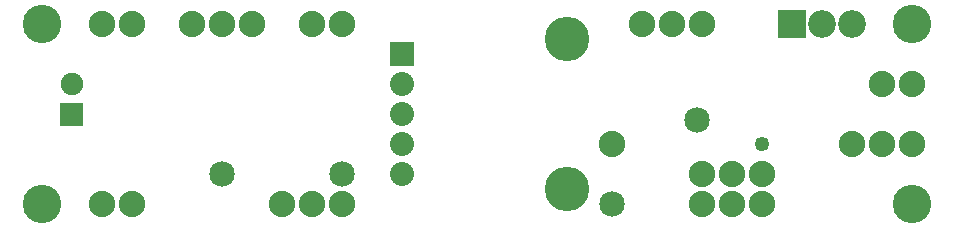
<source format=gbs>
G04 MADE WITH FRITZING*
G04 WWW.FRITZING.ORG*
G04 DOUBLE SIDED*
G04 HOLES PLATED*
G04 CONTOUR ON CENTER OF CONTOUR VECTOR*
%ASAXBY*%
%FSLAX23Y23*%
%MOIN*%
%OFA0B0*%
%SFA1.0B1.0*%
%ADD10C,0.049370*%
%ADD11C,0.128110*%
%ADD12C,0.075000*%
%ADD13C,0.092000*%
%ADD14C,0.148425*%
%ADD15C,0.080000*%
%ADD16C,0.085000*%
%ADD17C,0.088000*%
%ADD18R,0.092000X0.092000*%
%ADD19R,0.080000X0.080000*%
%ADD20R,0.001000X0.001000*%
%LNMASK0*%
G90*
G70*
G54D10*
X2499Y299D03*
G54D11*
X99Y699D03*
X99Y99D03*
X2999Y699D03*
X2999Y99D03*
G54D12*
X199Y499D03*
X199Y399D03*
G54D13*
X2599Y699D03*
X2699Y699D03*
X2799Y699D03*
G54D14*
X1849Y649D03*
G54D15*
X1299Y599D03*
X1299Y499D03*
X1299Y399D03*
X1299Y299D03*
X1299Y199D03*
G54D14*
X1849Y149D03*
G54D16*
X1099Y199D03*
X699Y199D03*
G54D17*
X399Y99D03*
X299Y99D03*
X2499Y199D03*
X2399Y199D03*
X2299Y199D03*
X2499Y199D03*
X2399Y199D03*
X2299Y199D03*
X2299Y99D03*
X2399Y99D03*
X2499Y99D03*
G54D16*
X1999Y99D03*
X2282Y381D03*
G54D17*
X999Y699D03*
X1099Y699D03*
X399Y699D03*
X299Y699D03*
X799Y699D03*
X699Y699D03*
X599Y699D03*
X2299Y699D03*
X2199Y699D03*
X2099Y699D03*
X1999Y299D03*
X1099Y99D03*
X999Y99D03*
X899Y99D03*
X2999Y499D03*
X2899Y499D03*
X2999Y299D03*
X2899Y299D03*
X2799Y299D03*
G54D18*
X2599Y699D03*
G54D19*
X1299Y599D03*
G54D20*
X161Y436D02*
X235Y436D01*
X161Y435D02*
X235Y435D01*
X161Y434D02*
X235Y434D01*
X161Y433D02*
X235Y433D01*
X161Y432D02*
X235Y432D01*
X161Y431D02*
X235Y431D01*
X161Y430D02*
X235Y430D01*
X161Y429D02*
X235Y429D01*
X161Y428D02*
X235Y428D01*
X161Y427D02*
X235Y427D01*
X161Y426D02*
X235Y426D01*
X161Y425D02*
X235Y425D01*
X161Y424D02*
X235Y424D01*
X161Y423D02*
X235Y423D01*
X161Y422D02*
X235Y422D01*
X161Y421D02*
X235Y421D01*
X161Y420D02*
X235Y420D01*
X161Y419D02*
X235Y419D01*
X161Y418D02*
X235Y418D01*
X161Y417D02*
X235Y417D01*
X161Y416D02*
X235Y416D01*
X161Y415D02*
X235Y415D01*
X161Y414D02*
X235Y414D01*
X161Y413D02*
X235Y413D01*
X161Y412D02*
X235Y412D01*
X161Y411D02*
X235Y411D01*
X161Y410D02*
X235Y410D01*
X161Y409D02*
X235Y409D01*
X161Y408D02*
X235Y408D01*
X161Y407D02*
X194Y407D01*
X202Y407D02*
X235Y407D01*
X161Y406D02*
X192Y406D01*
X204Y406D02*
X235Y406D01*
X161Y405D02*
X191Y405D01*
X205Y405D02*
X235Y405D01*
X161Y404D02*
X191Y404D01*
X206Y404D02*
X235Y404D01*
X161Y403D02*
X190Y403D01*
X207Y403D02*
X235Y403D01*
X161Y402D02*
X190Y402D01*
X207Y402D02*
X235Y402D01*
X161Y401D02*
X189Y401D01*
X207Y401D02*
X235Y401D01*
X161Y400D02*
X189Y400D01*
X208Y400D02*
X235Y400D01*
X161Y399D02*
X189Y399D01*
X208Y399D02*
X235Y399D01*
X161Y398D02*
X189Y398D01*
X208Y398D02*
X235Y398D01*
X161Y397D02*
X189Y397D01*
X207Y397D02*
X235Y397D01*
X161Y396D02*
X190Y396D01*
X207Y396D02*
X235Y396D01*
X161Y395D02*
X190Y395D01*
X207Y395D02*
X235Y395D01*
X161Y394D02*
X191Y394D01*
X206Y394D02*
X235Y394D01*
X161Y393D02*
X191Y393D01*
X205Y393D02*
X235Y393D01*
X161Y392D02*
X192Y392D01*
X204Y392D02*
X235Y392D01*
X161Y391D02*
X194Y391D01*
X203Y391D02*
X235Y391D01*
X161Y390D02*
X235Y390D01*
X161Y389D02*
X235Y389D01*
X161Y388D02*
X235Y388D01*
X161Y387D02*
X235Y387D01*
X161Y386D02*
X235Y386D01*
X161Y385D02*
X235Y385D01*
X161Y384D02*
X235Y384D01*
X161Y383D02*
X235Y383D01*
X161Y382D02*
X235Y382D01*
X161Y381D02*
X235Y381D01*
X161Y380D02*
X235Y380D01*
X161Y379D02*
X235Y379D01*
X161Y378D02*
X235Y378D01*
X161Y377D02*
X235Y377D01*
X161Y376D02*
X235Y376D01*
X161Y375D02*
X235Y375D01*
X161Y374D02*
X235Y374D01*
X161Y373D02*
X235Y373D01*
X161Y372D02*
X235Y372D01*
X161Y371D02*
X235Y371D01*
X161Y370D02*
X235Y370D01*
X161Y369D02*
X235Y369D01*
X161Y368D02*
X235Y368D01*
X161Y367D02*
X235Y367D01*
X161Y366D02*
X235Y366D01*
X161Y365D02*
X235Y365D01*
X161Y364D02*
X235Y364D01*
X161Y363D02*
X235Y363D01*
X161Y362D02*
X235Y362D01*
D02*
G04 End of Mask0*
M02*
</source>
